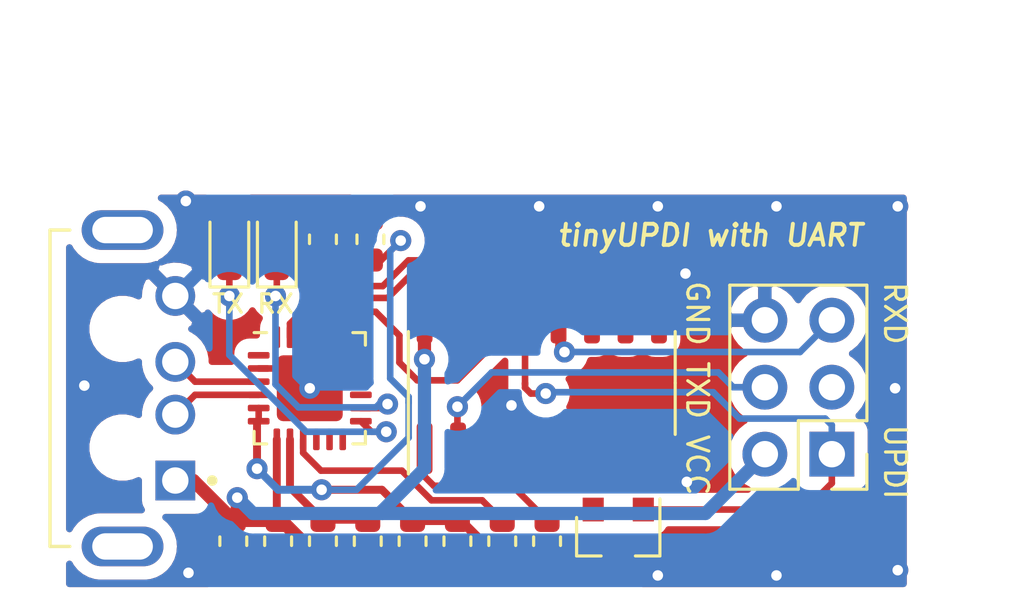
<source format=kicad_pcb>
(kicad_pcb (version 20211014) (generator pcbnew)
  (title_block (title "tinyUPDI with UART") (date "2022-03-22") (rev "1.1") (company "Tech Studio Design LLP") (comment 1 "www.techstudio.design/support") (comment 2 "Product Part No: TSDAVR103-0101") (comment 3 "Copyright - Tech Studio Design LLP, 2022") (comment 4 "Henry Cheung"))
  (layers (0 "F.Cu" signal) (31 "B.Cu" signal) (34 "B.Paste" user) (35 "F.Paste" user) (36 "B.SilkS" user "B.Silkscreen") (37 "F.SilkS" user "F.Silkscreen") (38 "B.Mask" user) (39 "F.Mask" user) (44 "Edge.Cuts" user))
  (net 0 "")
  (net 1 "Net-(D2-Pad2)")
  (net 2 "+3V3")
  (net 3 "GND")
  (net 4 "Net-(J1-Pad3)")
  (net 5 "Net-(J1-Pad2)")
  (net 6 "RXD")
  (net 7 "TXD")
  (net 8 "Net-(D1-Pad2)")
  (net 9 "UPDI")
  (net 10 "Net-(J1-Pad5)")
  (net 11 "RXT")
  (net 12 "Net-(D3-Pad2)")
  (net 13 "TXT")
  (net 14 "Net-(J2-Pad3)")
  (net 15 "Net-(U1-Pad1)")
  (net 16 "Net-(U1-Pad10)")
  (net 17 "Net-(U1-Pad11)")
  (net 18 "Net-(U1-Pad12)")
  (net 19 "Net-(U1-Pad15)")
  (net 20 "Net-(U1-Pad16)")
  (net 21 "Net-(U1-Pad17)")
  (net 22 "Net-(U1-Pad18)")
  (net 23 "Net-(U1-Pad19)")
  (net 24 "Net-(U1-Pad20)")
  (net 25 "Net-(U1-Pad21)")
  (net 26 "Net-(U1-Pad22)")
  (net 27 "Net-(U1-Pad23)")
  (net 28 "Net-(U1-Pad24)")
  (net 29 "Net-(U2-Pad3)")
  (net 30 "Net-(U2-Pad5)")
  (net 31 "VBUS")
  (net 32 "Net-(D3-Pad3)")
  (net 33 "Net-(R2-Pad2)")
  (net 34 "Net-(R5-Pad2)")
  (net 35 "Net-(R6-Pad1)")
  (footprint "Connector_PinHeader_2.54mm:PinHeader_2x03_P2.54mm_Vertical" (layer "F.Cu") (at 132.6 124.4 180)
    (fp_text reference "J2")
    (fp_text value "Conn_02x03_Odd_Even")
    (fp_line (start 1.27 -1.33) (end 3.87 -1.33) (layer "F.SilkS") (width 0.12))
    (fp_line (start -1.33 0) (end -1.33 -1.33) (layer "F.SilkS") (width 0.12))
    (fp_line (start -1.33 -1.33) (end 0 -1.33) (layer "F.SilkS") (width 0.12))
    (fp_line (start -1.33 6.41) (end 3.87 6.41) (layer "F.SilkS") (width 0.12))
    (fp_line (start 3.87 -1.33) (end 3.87 6.41) (layer "F.SilkS") (width 0.12))
    (fp_line (start 1.27 1.27) (end 1.27 -1.33) (layer "F.SilkS") (width 0.12))
    (fp_line (start -1.33 1.27) (end 1.27 1.27) (layer "F.SilkS") (width 0.12))
    (fp_line (start -1.33 1.27) (end -1.33 6.41) (layer "F.SilkS") (width 0.12))
    (pad "1" thru_hole rect locked (at 0 0 180) (size 1.7 1.7) (drill 1) (layers *.Cu *.Mask) (net 9 "UPDI"))
    (pad "2" thru_hole oval locked (at 2.54 0 180) (size 1.7 1.7) (drill 1) (layers *.Cu *.Mask) (net 31 "VBUS"))
    (pad "3" thru_hole oval locked (at 0 2.54 180) (size 1.7 1.7) (drill 1) (layers *.Cu *.Mask) (net 14 "Net-(J2-Pad3)"))
    (pad "4" thru_hole oval locked (at 2.54 2.54 180) (size 1.7 1.7) (drill 1) (layers *.Cu *.Mask) (net 7 "TXD"))
    (pad "5" thru_hole oval locked (at 0 5.08 180) (size 1.7 1.7) (drill 1) (layers *.Cu *.Mask) (net 6 "RXD"))
    (pad "6" thru_hole oval locked (at 2.54 5.08 180) (size 1.7 1.7) (drill 1) (layers *.Cu *.Mask) (net 3 "GND"))
  )
  (footprint "Resistor_SMD:R_0603_1608Metric" (layer "F.Cu") (at 121.8 127.7 -90)
    (fp_text reference "R6")
    (fp_text value "1k")
    (fp_line (start -0.162779 0.51) (end 0.162779 0.51) (layer "F.SilkS") (width 0.12))
    (fp_line (start -0.162779 -0.51) (end 0.162779 -0.51) (layer "F.SilkS") (width 0.12))
    (pad "1" smd roundrect locked (at -0.7875 0 270) (size 0.875 0.95) (layers "F.Cu" "F.Paste" "F.Mask") (net 35 "Net-(R6-Pad1)"))
    (pad "2" smd roundrect locked (at 0.7875 0 270) (size 0.875 0.95) (layers "F.Cu" "F.Paste" "F.Mask") (net 32 "Net-(D3-Pad3)"))
  )
  (footprint "Capacitor_SMD:C_0603_1608Metric" (layer "F.Cu") (at 111.6 127.7 -90)
    (fp_text reference "C2")
    (fp_text value "100nF")
    (fp_line (start -0.162779 0.51) (end 0.162779 0.51) (layer "F.SilkS") (width 0.12))
    (fp_line (start -0.162779 -0.51) (end 0.162779 -0.51) (layer "F.SilkS") (width 0.12))
    (pad "1" smd roundrect locked (at -0.7875 0 270) (size 0.875 0.95) (layers "F.Cu" "F.Paste" "F.Mask") (net 31 "VBUS"))
    (pad "2" smd roundrect locked (at 0.7875 0 270) (size 0.875 0.95) (layers "F.Cu" "F.Paste" "F.Mask") (net 3 "GND"))
  )
  (footprint "Capacitor_SMD:C_0603_1608Metric" (layer "F.Cu") (at 109.9 127.7 -90)
    (fp_text reference "C4")
    (fp_text value "4.7uF")
    (fp_line (start -0.162779 -0.51) (end 0.162779 -0.51) (layer "F.SilkS") (width 0.12))
    (fp_line (start -0.162779 0.51) (end 0.162779 0.51) (layer "F.SilkS") (width 0.12))
    (pad "1" smd roundrect locked (at -0.7875 0 270) (size 0.875 0.95) (layers "F.Cu" "F.Paste" "F.Mask") (net 31 "VBUS"))
    (pad "2" smd roundrect locked (at 0.7875 0 270) (size 0.875 0.95) (layers "F.Cu" "F.Paste" "F.Mask") (net 3 "GND"))
  )
  (footprint "Capacitor_SMD:C_0603_1608Metric" (layer "F.Cu") (at 118.4 127.7 -90)
    (fp_text reference "C1")
    (fp_text value "4.7uF")
    (fp_line (start -0.162779 0.51) (end 0.162779 0.51) (layer "F.SilkS") (width 0.12))
    (fp_line (start -0.162779 -0.51) (end 0.162779 -0.51) (layer "F.SilkS") (width 0.12))
    (pad "1" smd roundrect locked (at -0.7875 0 270) (size 0.875 0.95) (layers "F.Cu" "F.Paste" "F.Mask") (net 2 "+3V3"))
    (pad "2" smd roundrect locked (at 0.7875 0 270) (size 0.875 0.95) (layers "F.Cu" "F.Paste" "F.Mask") (net 3 "GND"))
  )
  (footprint "Capacitor_SMD:C_0603_1608Metric" (layer "F.Cu") (at 116.7 127.7 -90)
    (fp_text reference "C3")
    (fp_text value "100nF")
    (fp_line (start -0.162779 0.51) (end 0.162779 0.51) (layer "F.SilkS") (width 0.12))
    (fp_line (start -0.162779 -0.51) (end 0.162779 -0.51) (layer "F.SilkS") (width 0.12))
    (pad "1" smd roundrect locked (at -0.7875 0 270) (size 0.875 0.95) (layers "F.Cu" "F.Paste" "F.Mask") (net 2 "+3V3"))
    (pad "2" smd roundrect locked (at 0.7875 0 270) (size 0.875 0.95) (layers "F.Cu" "F.Paste" "F.Mask") (net 3 "GND"))
  )
  (footprint "LED_SMD:LED_0603_1608Metric_Pad1.05x0.95mm_HandSolder" (layer "F.Cu") (at 109.75 116.4 90)
    (fp_text reference "D1")
    (fp_text value "TXD/GREEN")
    (fp_line (start -1.66 0.735) (end 0.8 0.735) (layer "F.SilkS") (width 0.12))
    (fp_line (start -1.66 -0.735) (end -1.66 0.735) (layer "F.SilkS") (width 0.12))
    (fp_line (start 0.8 -0.735) (end -1.66 -0.735) (layer "F.SilkS") (width 0.12))
    (pad "1" smd roundrect locked (at -0.875 0 90) (size 1.05 0.95) (layers "F.Cu" "F.Paste" "F.Mask") (net 11 "RXT"))
    (pad "2" smd roundrect locked (at 0.875 0 90) (size 1.05 0.95) (layers "F.Cu" "F.Paste" "F.Mask") (net 8 "Net-(D1-Pad2)"))
  )
  (footprint "LED_SMD:LED_0603_1608Metric_Pad1.05x0.95mm_HandSolder" (layer "F.Cu") (at 111.55 116.4 90)
    (fp_text reference "D2")
    (fp_text value "RXD/YELLOW")
    (fp_line (start -1.66 -0.735) (end -1.66 0.735) (layer "F.SilkS") (width 0.12))
    (fp_line (start 0.8 -0.735) (end -1.66 -0.735) (layer "F.SilkS") (width 0.12))
    (fp_line (start -1.66 0.735) (end 0.8 0.735) (layer "F.SilkS") (width 0.12))
    (pad "1" smd roundrect locked (at -0.875 0 90) (size 1.05 0.95) (layers "F.Cu" "F.Paste" "F.Mask") (net 13 "TXT"))
    (pad "2" smd roundrect locked (at 0.875 0 90) (size 1.05 0.95) (layers "F.Cu" "F.Paste" "F.Mask") (net 1 "Net-(D2-Pad2)"))
  )
  (footprint "Resistor_SMD:R_0603_1608Metric" (layer "F.Cu") (at 120.1 127.7 90)
    (fp_text reference "R5")
    (fp_text value "1k")
    (fp_line (start -0.162779 0.51) (end 0.162779 0.51) (layer "F.SilkS") (width 0.12))
    (fp_line (start -0.162779 -0.51) (end 0.162779 -0.51) (layer "F.SilkS") (width 0.12))
    (pad "1" smd roundrect locked (at -0.7875 0 90) (size 0.875 0.95) (layers "F.Cu" "F.Paste" "F.Mask") (net 2 "+3V3"))
    (pad "2" smd roundrect locked (at 0.7875 0 90) (size 0.875 0.95) (layers "F.Cu" "F.Paste" "F.Mask") (net 34 "Net-(R5-Pad2)"))
  )
  (footprint "Resistor_SMD:R_0603_1608Metric" (layer "F.Cu") (at 115.1 116.25 90)
    (fp_text reference "R1")
    (fp_text value "1k")
    (fp_line (start -0.162779 0.51) (end 0.162779 0.51) (layer "F.SilkS") (width 0.12))
    (fp_line (start -0.162779 -0.51) (end 0.162779 -0.51) (layer "F.SilkS") (width 0.12))
    (pad "1" smd roundrect locked (at -0.7875 0 90) (size 0.875 0.95) (layers "F.Cu" "F.Paste" "F.Mask") (net 2 "+3V3"))
    (pad "2" smd roundrect locked (at 0.7875 0 90) (size 0.875 0.95) (layers "F.Cu" "F.Paste" "F.Mask") (net 8 "Net-(D1-Pad2)"))
  )
  (footprint "Package_SO:SOIC-16_3.9x9.9mm_P1.27mm" (layer "F.Cu") (at 121.6 121.7 90)
    (fp_text reference "U2")
    (fp_text value "74HC4053D")
    (fp_line (start 0 -5.06) (end -3.45 -5.06) (layer "F.SilkS") (width 0.12))
    (fp_line (start 0 -5.06) (end 1.95 -5.06) (layer "F.SilkS") (width 0.12))
    (fp_line (start 0 5.06) (end -1.95 5.06) (layer "F.SilkS") (width 0.12))
    (fp_line (start 0 5.06) (end 1.95 5.06) (layer "F.SilkS") (width 0.12))
    (pad "1" smd roundrect locked (at -2.475 -4.445 90) (size 1.95 0.6) (layers "F.Cu" "F.Paste" "F.Mask") (net 35 "Net-(R6-Pad1)"))
    (pad "2" smd roundrect locked (at -2.475 -3.175 90) (size 1.95 0.6) (layers "F.Cu" "F.Paste" "F.Mask") (net 7 "TXD"))
    (pad "3" smd roundrect locked (at -2.475 -1.905 90) (size 1.95 0.6) (layers "F.Cu" "F.Paste" "F.Mask") (net 29 "Net-(U2-Pad3)"))
    (pad "4" smd roundrect locked (at -2.475 -0.635 90) (size 1.95 0.6) (layers "F.Cu" "F.Paste" "F.Mask") (net 3 "GND"))
    (pad "5" smd roundrect locked (at -2.475 0.635 90) (size 1.95 0.6) (layers "F.Cu" "F.Paste" "F.Mask") (net 30 "Net-(U2-Pad5)"))
    (pad "6" smd roundrect locked (at -2.475 1.905 90) (size 1.95 0.6) (layers "F.Cu" "F.Paste" "F.Mask") (net 3 "GND"))
    (pad "7" smd roundrect locked (at -2.475 3.175 90) (size 1.95 0.6) (layers "F.Cu" "F.Paste" "F.Mask") (net 3 "GND"))
    (pad "8" smd roundrect locked (at -2.475 4.445 90) (size 1.95 0.6) (layers "F.Cu" "F.Paste" "F.Mask") (net 3 "GND"))
    (pad "9" smd roundrect locked (at 2.475 4.445 90) (size 1.95 0.6) (layers "F.Cu" "F.Paste" "F.Mask") (net 27 "Net-(U1-Pad23)"))
    (pad "10" smd roundrect locked (at 2.475 3.175 90) (size 1.95 0.6) (layers "F.Cu" "F.Paste" "F.Mask") (net 27 "Net-(U1-Pad23)"))
    (pad "11" smd roundrect locked (at 2.475 1.905 90) (size 1.95 0.6) (layers "F.Cu" "F.Paste" "F.Mask") (net 27 "Net-(U1-Pad23)"))
    (pad "12" smd roundrect locked (at 2.475 0.635 90) (size 1.95 0.6) (layers "F.Cu" "F.Paste" "F.Mask") (net 6 "RXD"))
    (pad "13" smd roundrect locked (at 2.475 -0.635 90) (size 1.95 0.6) (layers "F.Cu" "F.Paste" "F.Mask") (net 9 "UPDI"))
    (pad "14" smd roundrect locked (at 2.475 -1.905 90) (size 1.95 0.6) (layers "F.Cu" "F.Paste" "F.Mask") (net 24 "Net-(U1-Pad20)"))
    (pad "15" smd roundrect locked (at 2.475 -3.175 90) (size 1.95 0.6) (layers "F.Cu" "F.Paste" "F.Mask") (net 25 "Net-(U1-Pad21)"))
    (pad "16" smd roundrect locked (at 2.475 -4.445 90) (size 1.95 0.6) (layers "F.Cu" "F.Paste" "F.Mask") (net 31 "VBUS"))
  )
  (footprint "Resistor_SMD:R_0603_1608Metric" (layer "F.Cu") (at 113.3 116.25 90)
    (fp_text reference "R3")
    (fp_text value "1k")
    (fp_line (start -0.162779 0.51) (end 0.162779 0.51) (layer "F.SilkS") (width 0.12))
    (fp_line (start -0.162779 -0.51) (end 0.162779 -0.51) (layer "F.SilkS") (width 0.12))
    (pad "1" smd roundrect locked (at -0.7875 0 90) (size 0.875 0.95) (layers "F.Cu" "F.Paste" "F.Mask") (net 2 "+3V3"))
    (pad "2" smd roundrect locked (at 0.7875 0 90) (size 0.875 0.95) (layers "F.Cu" "F.Paste" "F.Mask") (net 1 "Net-(D2-Pad2)"))
  )
  (footprint "Package_TO_SOT_SMD:SOT-23" (layer "F.Cu") (at 124.5 127.5 -90)
    (fp_text reference "D3")
    (fp_text value "BAT54")
    (fp_line (start 0.76 -1.58) (end 0.76 -0.65) (layer "F.SilkS") (width 0.12))
    (fp_line (start 0.76 -1.58) (end -1.4 -1.58) (layer "F.SilkS") (width 0.12))
    (fp_line (start 0.76 1.58) (end -0.7 1.58) (layer "F.SilkS") (width 0.12))
    (fp_line (start 0.76 1.58) (end 0.76 0.65) (layer "F.SilkS") (width 0.12))
    (pad "1" smd rect locked (at -1 -0.95 270) (size 0.9 0.8) (layers "F.Cu" "F.Paste" "F.Mask") (net 9 "UPDI"))
    (pad "2" smd rect locked (at -1 0.95 270) (size 0.9 0.8) (layers "F.Cu" "F.Paste" "F.Mask") (net 12 "Net-(D3-Pad2)"))
    (pad "3" smd rect locked (at 1 0 270) (size 0.9 0.8) (layers "F.Cu" "F.Paste" "F.Mask") (net 32 "Net-(D3-Pad3)"))
  )
  (footprint "Resistor_SMD:R_0603_1608Metric" (layer "F.Cu") (at 113.3 127.7 90)
    (fp_text reference "R2")
    (fp_text value "22k")
    (fp_line (start -0.162779 -0.51) (end 0.162779 -0.51) (layer "F.SilkS") (width 0.12))
    (fp_line (start -0.162779 0.51) (end 0.162779 0.51) (layer "F.SilkS") (width 0.12))
    (pad "1" smd roundrect locked (at -0.7875 0 90) (size 0.875 0.95) (layers "F.Cu" "F.Paste" "F.Mask") (net 31 "VBUS"))
    (pad "2" smd roundrect locked (at 0.7875 0 90) (size 0.875 0.95) (layers "F.Cu" "F.Paste" "F.Mask") (net 33 "Net-(R2-Pad2)"))
  )
  (footprint "Resistor_SMD:R_0603_1608Metric" (layer "F.Cu") (at 115 127.7 -90)
    (fp_text reference "R4")
    (fp_text value "47k")
    (fp_line (start -0.162779 0.51) (end 0.162779 0.51) (layer "F.SilkS") (width 0.12))
    (fp_line (start -0.162779 -0.51) (end 0.162779 -0.51) (layer "F.SilkS") (width 0.12))
    (pad "1" smd roundrect locked (at -0.7875 0 270) (size 0.875 0.95) (layers "F.Cu" "F.Paste" "F.Mask") (net 33 "Net-(R2-Pad2)"))
    (pad "2" smd roundrect locked (at 0.7875 0 270) (size 0.875 0.95) (layers "F.Cu" "F.Paste" "F.Mask") (net 3 "GND"))
  )
  (footprint "Package_DFN_QFN:QFN-24-1EP_4x4mm_P0.5mm_EP2.5x2.5mm" (layer "F.Cu") (at 112.8 121.9)
    (fp_text reference "U1")
    (fp_text value "CP2102N-A01-GQFN24")
    (fp_line (start -1.635 2.11) (end -2.11 2.11) (layer "F.SilkS") (width 0.12))
    (fp_line (start 2.11 -2.11) (end 2.11 -1.635) (layer "F.SilkS") (width 0.12))
    (fp_line (start 1.635 2.11) (end 2.11 2.11) (layer "F.SilkS") (width 0.12))
    (fp_line (start 1.635 -2.11) (end 2.11 -2.11) (layer "F.SilkS") (width 0.12))
    (fp_line (start 2.11 2.11) (end 2.11 1.635) (layer "F.SilkS") (width 0.12))
    (fp_line (start -1.635 -2.11) (end -2.11 -2.11) (layer "F.SilkS") (width 0.12))
    (fp_line (start -2.11 2.11) (end -2.11 1.635) (layer "F.SilkS") (width 0.12))
    (pad "1" smd roundrect locked (at -1.9375 -1.25) (size 0.825 0.25) (layers "F.Cu" "F.Paste" "F.Mask") (net 15 "Net-(U1-Pad1)"))
    (pad "2" smd roundrect locked (at -1.9375 -0.75) (size 0.825 0.25) (layers "F.Cu" "F.Paste" "F.Mask") (net 3 "GND"))
    (pad "3" smd roundrect locked (at -1.9375 -0.25) (size 0.825 0.25) (layers "F.Cu" "F.Paste" "F.Mask") (net 4 "Net-(J1-Pad3)"))
    (pad "4" smd roundrect locked (at -1.9375 0.25) (size 0.825 0.25) (layers "F.Cu" "F.Paste" "F.Mask") (net 5 "Net-(J1-Pad2)"))
    (pad "5" smd roundrect locked (at -1.9375 0.75) (size 0.825 0.25) (layers "F.Cu" "F.Paste" "F.Mask") (net 2 "+3V3"))
    (pad "6" smd roundrect locked (at -1.9375 1.25) (size 0.825 0.25) (layers "F.Cu" "F.Paste" "F.Mask") (net 2 "+3V3"))
    (pad "7" smd roundrect locked (at -1.25 1.9375) (size 0.25 0.825) (layers "F.Cu" "F.Paste" "F.Mask") (net 31 "VBUS"))
    (pad "8" smd roundrect locked (at -0.75 1.9375) (size 0.25 0.825) (layers "F.Cu" "F.Paste" "F.Mask") (net 33 "Net-(R2-Pad2)"))
    (pad "9" smd roundrect locked (at -0.25 1.9375) (size 0.25 0.825) (layers "F.Cu" "F.Paste" "F.Mask") (net 34 "Net-(R5-Pad2)"))
    (pad "10" smd roundrect locked (at 0.25 1.9375) (size 0.25 0.825) (layers "F.Cu" "F.Paste" "F.Mask") (net 16 "Net-(U1-Pad10)"))
    (pad "11" smd roundrect locked (at 0.75 1.9375) (size 0.25 0.825) (layers "F.Cu" "F.Paste" "F.Mask") (net 17 "Net-(U1-Pad11)"))
    (pad "12" smd roundrect locked (at 1.25 1.9375) (size 0.25 0.825) (layers "F.Cu" "F.Paste" "F.Mask") (net 18 "Net-(U1-Pad12)"))
    (pad "13" smd roundrect locked (at 1.9375 1.25) (size 0.825 0.25) (layers "F.Cu" "F.Paste" "F.Mask") (net 11 "RXT"))
    (pad "14" smd roundrect locked (at 1.9375 0.75) (size 0.825 0.25) (layers "F.Cu" "F.Paste" "F.Mask") (net 13 "TXT"))
    (pad "15" smd roundrect locked (at 1.9375 0.25) (size 0.825 0.25) (layers "F.Cu" "F.Paste" "F.Mask") (net 19 "Net-(U1-Pad15)"))
    (pad "16" smd roundrect locked (at 1.9375 -0.25) (size 0.825 0.25) (layers "F.Cu" "F.Paste" "F.Mask") (net 20 "Net-(U1-Pad16)"))
    (pad "17" smd roundrect locked (at 1.9375 -0.75) (size 0.825 0.25) (layers "F.Cu" "F.Paste" "F.Mask") (net 21 "Net-(U1-Pad17)"))
    (pad "18" smd roundrect locked (at 1.9375 -1.25) (size 0.825 0.25) (layers "F.Cu" "F.Paste" "F.Mask") (net 22 "Net-(U1-Pad18)"))
    (pad "19" smd roundrect locked (at 1.25 -1.9375) (size 0.25 0.825) (layers "F.Cu" "F.Paste" "F.Mask") (net 23 "Net-(U1-Pad19)"))
    (pad "20" smd roundrect locked (at 0.75 -1.9375) (size 0.25 0.825) (layers "F.Cu" "F.Paste" "F.Mask") (net 24 "Net-(U1-Pad20)"))
    (pad "21" smd roundrect locked (at 0.25 -1.9375) (size 0.25 0.825) (layers "F.Cu" "F.Paste" "F.Mask") (net 25 "Net-(U1-Pad21)"))
    (pad "22" smd roundrect locked (at -0.25 -1.9375) (size 0.25 0.825) (layers "F.Cu" "F.Paste" "F.Mask") (net 26 "Net-(U1-Pad22)"))
    (pad "23" smd roundrect locked (at -0.75 -1.9375) (size 0.25 0.825) (layers "F.Cu" "F.Paste" "F.Mask") (net 27 "Net-(U1-Pad23)"))
    (pad "24" smd roundrect locked (at -1.25 -1.9375) (size 0.25 0.825) (layers "F.Cu" "F.Paste" "F.Mask") (net 28 "Net-(U1-Pad24)"))
    (pad "25" smd roundrect locked (at 0 0) (size 2.5 2.5) (layers "F.Cu" "F.Mask") (roundrect_rratio 0.096) (net 3 "GND"))
  )
  (footprint "USB-05:USB-05_without_extend_silkscreen" (layer "F.Cu") (at 105.7 121.9 -90)
    (fp_text reference "J1")
    (fp_text value "USB_A")
    (fp_line (start -6 2.75) (end 6 2.75) (layer "F.SilkS") (width 0.127))
    (fp_line (start 6 2.75) (end 6 2) (layer "F.SilkS") (width 0.127))
    (fp_line (start -6 2) (end -6 2.75) (layer "F.SilkS") (width 0.127))
    (fp_circle (center 3.5 -3.4) (end 3.6 -3.4) (layer "F.SilkS") (width 0.2) (fill none))
    (pad "" np_thru_hole circle locked (at -2.25 0 270) (size 1.5 1.5) (drill 1.5) (layers *.Cu *.Mask))
    (pad "" np_thru_hole circle locked (at 2.25 0 270) (size 1.5 1.5) (drill 1.5) (layers *.Cu *.Mask))
    (pad "1" thru_hole rect locked (at 3.5 -2 270) (size 1.508 1.508) (drill 1) (layers *.Cu *.Mask) (net 31 "VBUS"))
    (pad "2" thru_hole circle locked (at 1 -2 270) (size 1.508 1.508) (drill 1) (layers *.Cu *.Mask) (net 5 "Net-(J1-Pad2)"))
    (pad "3" thru_hole circle locked (at -1 -2 270) (size 1.508 1.508) (drill 1) (layers *.Cu *.Mask) (net 4 "Net-(J1-Pad3)"))
    (pad "4" thru_hole circle locked (at -3.5 -2 270) (size 1.508 1.508) (drill 1) (layers *.Cu *.Mask) (net 3 "GND"))
    (pad "5" thru_hole oval locked (at -6 0 270) (size 1.5 3.1) (drill oval 1 2.3) (layers *.Cu *.Mask) (net 10 "Net-(J1-Pad5)"))
    (pad "5" thru_hole oval locked (at 6 0 270) (size 1.5 3.1) (drill oval 1 2.3) (layers *.Cu *.Mask) (net 10 "Net-(J1-Pad5)"))
  )
  (gr_text "RXD     UPDI" (at 135 117.8 270) (layer "F.SilkS") (effects (font (size 0.8 0.8) (thickness 0.12)) (justify left)))
  (gr_text "tinyUPDI with UART" (at 128 116.1) (layer "F.SilkS") (effects (font (size 0.8 0.8) (thickness 0.15) italic)))
  (gr_text "RX" (at 111.5 118.7) (layer "F.SilkS") (effects (font (size 0.7 0.7) (thickness 0.12))))
  (gr_text "GND TXD VCC" (at 127.5 121.9 270) (layer "F.SilkS") (effects (font (size 0.8 0.8) (thickness 0.12))))
  (gr_text "TX" (at 109.7 118.7) (layer "F.SilkS") (effects (font (size 0.7 0.7) (thickness 0.12))))
  (segment (start 111.55 115.525) (end 113.2375 115.525) (width 0.25) (layer "F.Cu") (net 1))
  (segment (start 113.2375 115.525) (end 113.3 115.4625) (width 0.25) (layer "F.Cu") (net 1))
  (segment (start 115.5375 125.75) (end 113.25 125.75) (width 0.3) (layer "F.Cu") (net 2))
  (segment (start 118.4 126.9125) (end 118.525 126.9125) (width 0.35) (layer "F.Cu") (net 2))
  (segment (start 118.525 126.9125) (end 120.1 128.4875) (width 0.35) (layer "F.Cu") (net 2))
  (segment (start 115.5125 117.0375) (end 116.25 116.3) (width 0.25) (layer "F.Cu") (net 2))
  (segment (start 118.4 126.9125) (end 116.7 126.9125) (width 0.35) (layer "F.Cu") (net 2))
  (segment (start 110.8 124.95) (end 110.8 123.2125) (width 0.3) (layer "F.Cu") (net 2))
  (segment (start 110.8625 123.15) (end 110.8625 122.65) (width 0.25) (layer "F.Cu") (net 2))
  (segment (start 115.1 117.0375) (end 113.3 117.0375) (width 0.25) (layer "F.Cu") (net 2))
  (segment (start 115.1 117.0375) (end 115.5125 117.0375) (width 0.25) (layer "F.Cu") (net 2))
  (segment (start 110.8 123.2125) (end 110.8625 123.15) (width 0.3) (layer "F.Cu") (net 2))
  (segment (start 116.7 126.9125) (end 115.5375 125.75) (width 0.3) (layer "F.Cu") (net 2))
  (via (at 110.8 124.95) (size 0.8) (drill 0.4) (layers "F.Cu" "B.Cu") (net 2))
  (via (at 113.25 125.75) (size 0.8) (drill 0.4) (layers "F.Cu" "B.Cu") (net 2))
  (via (at 116.25 116.3) (size 0.8) (drill 0.4) (layers "F.Cu" "B.Cu") (net 2))
  (segment (start 115.850001 121.526999) (end 116.55 122.226998) (width 0.25) (layer "B.Cu") (net 2))
  (segment (start 113.25 125.75) (end 111.6 125.75) (width 0.3) (layer "B.Cu") (net 2))
  (segment (start 115.850001 116.699999) (end 115.850001 121.526999) (width 0.25) (layer "B.Cu") (net 2))
  (segment (start 116.55 123.773002) (end 114.573002 125.75) (width 0.25) (layer "B.Cu") (net 2))
  (segment (start 116.55 122.326998) (end 116.55 122.45) (width 0.25) (layer "B.Cu") (net 2))
  (segment (start 116.55 122.45) (end 116.55 123.773002) (width 0.25) (layer "B.Cu") (net 2))
  (segment (start 116.25 116.3) (end 115.850001 116.699999) (width 0.25) (layer "B.Cu") (net 2))
  (segment (start 111.6 125.75) (end 110.8 124.95) (width 0.3) (layer "B.Cu") (net 2))
  (segment (start 116.55 122.226998) (end 116.55 122.45) (width 0.25) (layer "B.Cu") (net 2))
  (segment (start 114.573002 125.75) (end 113.815685 125.75) (width 0.25) (layer "B.Cu") (net 2))
  (segment (start 113.815685 125.75) (end 113.25 125.75) (width 0.25) (layer "B.Cu") (net 2))
  (segment (start 110.8625 121.15) (end 112.05 121.15) (width 0.25) (layer "F.Cu") (net 3))
  (segment (start 112.36251 129.25001) (end 112.061612 128.949112) (width 0.25) (layer "F.Cu") (net 3))
  (segment (start 112.05 121.15) (end 112.8 121.9) (width 0.25) (layer "F.Cu") (net 3))
  (segment (start 120.45 122.55) (end 120.45 123.66) (width 0.3) (layer "F.Cu") (net 3))
  (segment (start 114.23749 129.25001) (end 112.36251 129.25001) (width 0.25) (layer "F.Cu") (net 3))
  (segment (start 115 128.4875) (end 114.23749 129.25001) (width 0.25) (layer "F.Cu") (net 3))
  (segment (start 120.45 123.66) (end 120.965 124.175) (width 0.3) (layer "F.Cu") (net 3))
  (segment (start 112.061612 128.949112) (end 111.6 128.4875) (width 0.25) (layer "F.Cu") (net 3))
  (via (at 135.1 115) (size 0.8) (drill 0.4) (layers "F.Cu" "B.Cu") (net 3))
  (via (at 126 129) (size 0.8) (drill 0.4) (layers "F.Cu" "B.Cu") (net 3))
  (via (at 135 121.9) (size 0.8) (drill 0.4) (layers "F.Cu" "B.Cu") (net 3))
  (via (at 121.5 115) (size 0.8) (drill 0.4) (layers "F.Cu" "B.Cu") (net 3))
  (via (at 104.25 121.8) (size 0.8) (drill 0.4) (layers "F.Cu" "B.Cu") (net 3))
  (via (at 112.8 121.9) (size 0.8) (drill 0.4) (layers "F.Cu" "B.Cu") (net 3))
  (via (at 127.1 125.45) (size 0.8) (drill 0.4) (layers "F.Cu" "B.Cu") (net 3))
  (via (at 135.1 128.8) (size 0.8) (drill 0.4) (layers "F.Cu" "B.Cu") (net 3))
  (via (at 108.1 114.8) (size 0.8) (drill 0.4) (layers "F.Cu" "B.Cu") (net 3))
  (via (at 130.5 115) (size 0.8) (drill 0.4) (layers "F.Cu" "B.Cu") (net 3))
  (via (at 108.2 128.9) (size 0.8) (drill 0.4) (layers "F.Cu" "B.Cu") (net 3))
  (via (at 117 115) (size 0.8) (drill 0.4) (layers "F.Cu" "B.Cu") (net 3))
  (via (at 120.45 122.55) (size 0.8) (drill 0.4) (layers "F.Cu" "B.Cu") (net 3))
  (via (at 126 115) (size 0.8) (drill 0.4) (layers "F.Cu" "B.Cu") (net 3))
  (via (at 127.05 117.55) (size 0.8) (drill 0.4) (layers "F.Cu" "B.Cu") (net 3))
  (via (at 130.5 129) (size 0.8) (drill 0.4) (layers "F.Cu" "B.Cu") (net 3))
  (segment (start 108.45 121.65) (end 107.7 120.9) (width 0.25) (layer "F.Cu") (net 4))
  (segment (start 110.8625 121.65) (end 108.45 121.65) (width 0.25) (layer "F.Cu") (net 4))
  (segment (start 108.45 122.15) (end 107.7 122.9) (width 0.25) (layer "F.Cu") (net 5))
  (segment (start 110.8625 122.15) (end 108.45 122.15) (width 0.25) (layer "F.Cu") (net 5))
  (segment (start 122.46001 120.52501) (end 122.46001 120.52501) (width 0.25) (layer "F.Cu") (net 6))
  (segment (start 122.235 119.225) (end 122.235 120.3) (width 0.25) (layer "F.Cu") (net 6))
  (segment (start 122.235 120.3) (end 122.46001 120.52501) (width 0.25) (layer "F.Cu") (net 6))
  (via (at 122.46001 120.52501) (size 0.8) (drill 0.4) (layers "F.Cu" "B.Cu") (net 6))
  (segment (start 131.39499 120.52501) (end 122.46001 120.52501) (width 0.25) (layer "B.Cu") (net 6))
  (segment (start 132.6 119.32) (end 131.39499 120.52501) (width 0.25) (layer "B.Cu") (net 6))
  (segment (start 118.4 122.6) (end 118.4 124.15) (width 0.25) (layer "F.Cu") (net 7))
  (segment (start 118.4 124.15) (end 118.425 124.175) (width 0.25) (layer "F.Cu") (net 7))
  (via (at 118.4 122.6) (size 0.8) (drill 0.4) (layers "F.Cu" "B.Cu") (net 7))
  (segment (start 119.7 121.3) (end 128.297919 121.3) (width 0.25) (layer "B.Cu") (net 7))
  (segment (start 128.297919 121.3) (end 128.857919 121.86) (width 0.25) (layer "B.Cu") (net 7))
  (segment (start 128.857919 121.86) (end 130.06 121.86) (width 0.25) (layer "B.Cu") (net 7))
  (segment (start 118.4 122.6) (end 119.7 121.3) (width 0.25) (layer "B.Cu") (net 7))
  (segment (start 110.60001 114.67499) (end 114.31249 114.67499) (width 0.25) (layer "F.Cu") (net 8))
  (segment (start 114.31249 114.67499) (end 114.638388 115.000888) (width 0.25) (layer "F.Cu") (net 8))
  (segment (start 109.75 115.525) (end 110.60001 114.67499) (width 0.25) (layer "F.Cu") (net 8))
  (segment (start 114.638388 115.000888) (end 115.1 115.4625) (width 0.25) (layer "F.Cu") (net 8))
  (segment (start 131.6 126.5) (end 132.6 125.5) (width 0.25) (layer "F.Cu") (net 9))
  (segment (start 125.45 126.45) (end 125.45 126.5) (width 0.25) (layer "F.Cu") (net 9))
  (segment (start 121.184315 122.1) (end 120.965 121.880685) (width 0.25) (layer "F.Cu") (net 9))
  (segment (start 120.965 121.880685) (end 120.965 121.715) (width 0.25) (layer "F.Cu") (net 9))
  (segment (start 125.45 126.5) (end 131.6 126.5) (width 0.25) (layer "F.Cu") (net 9))
  (segment (start 132.6 125.5) (end 132.6 124.4) (width 0.25) (layer "F.Cu") (net 9))
  (segment (start 120.965 121.715) (end 120.965 121.765) (width 0.25) (layer "F.Cu") (net 9))
  (segment (start 121.75 122.1) (end 121.184315 122.1) (width 0.25) (layer "F.Cu") (net 9))
  (segment (start 120.965 119.225) (end 120.965 121.715) (width 0.25) (layer "F.Cu") (net 9))
  (via (at 121.75 122.1) (size 0.8) (drill 0.4) (layers "F.Cu" "B.Cu") (net 9))
  (segment (start 132.35 123.05) (end 132.6 123.3) (width 0.25) (layer "B.Cu") (net 9))
  (segment (start 128.100001 122.050001) (end 129.1 123.05) (width 0.25) (layer "B.Cu") (net 9))
  (segment (start 132.6 123.3) (end 132.6 124.4) (width 0.25) (layer "B.Cu") (net 9))
  (segment (start 122.049999 122.050001) (end 128.100001 122.050001) (width 0.25) (layer "B.Cu") (net 9))
  (segment (start 129.1 123.05) (end 132.35 123.05) (width 0.25) (layer "B.Cu") (net 9))
  (segment (start 109.75 117.275) (end 109.75 118.4) (width 0.25) (layer "F.Cu") (net 11))
  (segment (start 115.1375 123.55) (end 115.9 123.55) (width 0.25) (layer "F.Cu") (net 11))
  (segment (start 114.7375 123.15) (end 115.1375 123.55) (width 0.25) (layer "F.Cu") (net 11))
  (via (at 115.7 123.55) (size 0.8) (drill 0.4) (layers "F.Cu" "B.Cu") (net 11))
  (via (at 109.75 118.4) (size 0.8) (drill 0.4) (layers "F.Cu" "B.Cu") (net 11))
  (segment (start 109.75 120.63641) (end 112.66359 123.55) (width 0.25) (layer "B.Cu") (net 11))
  (segment (start 115.334315 123.55) (end 115.9 123.55) (width 0.25) (layer "B.Cu") (net 11))
  (segment (start 112.66359 123.55) (end 115.334315 123.55) (width 0.25) (layer "B.Cu") (net 11))
  (segment (start 109.75 118.4) (end 109.75 120.63641) (width 0.25) (layer "B.Cu") (net 11))
  (segment (start 115.85 122.65) (end 115.9 122.6) (width 0.25) (layer "F.Cu") (net 13))
  (segment (start 115.75 122.5) (end 115.6 122.65) (width 0.25) (layer "F.Cu") (net 13))
  (segment (start 111.55 117.275) (end 111.55 118.35) (width 0.25) (layer "F.Cu") (net 13))
  (segment (start 115.6 122.65) (end 114.7375 122.65) (width 0.25) (layer "F.Cu") (net 13))
  (segment (start 111.55 118.35) (end 111.5 118.4) (width 0.25) (layer "F.Cu") (net 13))
  (via (at 115.75 122.5) (size 0.8) (drill 0.4) (layers "F.Cu" "B.Cu") (net 13))
  (via (at 111.5 118.4) (size 0.8) (drill 0.4) (layers "F.Cu" "B.Cu") (net 13))
  (segment (start 111.5 121.75) (end 111.5 118.4) (width 0.25) (layer "B.Cu") (net 13))
  (segment (start 115.75 122.5) (end 115.434315 122.5) (width 0.25) (layer "B.Cu") (net 13))
  (segment (start 112.375001 122.625001) (end 111.5 121.75) (width 0.25) (layer "B.Cu") (net 13))
  (segment (start 115.309314 122.625001) (end 112.375001 122.625001) (width 0.25) (layer "B.Cu") (net 13))
  (segment (start 115.434315 122.5) (end 115.309314 122.625001) (width 0.25) (layer "B.Cu") (net 13))
  (segment (start 118.395 121.6) (end 119.695 120.3) (width 0.25) (layer "F.Cu") (net 24))
  (segment (start 116.876998 121.6) (end 118.395 121.6) (width 0.25) (layer "F.Cu") (net 24))
  (segment (start 119.695 120.3) (end 119.695 119.225) (width 0.25) (layer "F.Cu") (net 24))
  (segment (start 115.3 119) (end 116.2 119.9) (width 0.25) (layer "F.Cu") (net 24))
  (segment (start 113.55 119.9625) (end 113.55 119.38641) (width 0.25) (layer "F.Cu") (net 24))
  (segment (start 116.2 119.9) (end 116.2 120.923002) (width 0.25) (layer "F.Cu") (net 24))
  (segment (start 113.55 119.38641) (end 113.93641 119) (width 0.25) (layer "F.Cu") (net 24))
  (segment (start 116.2 120.923002) (end 116.876998 121.6) (width 0.25) (layer "F.Cu") (net 24))
  (segment (start 113.93641 119) (end 115.3 119) (width 0.25) (layer "F.Cu") (net 24))
  (segment (start 115.756901 118.475019) (end 116.73192 117.5) (width 0.25) (layer "F.Cu") (net 25))
  (segment (start 113.05 119.9625) (end 113.05 119.25) (width 0.25) (layer "F.Cu") (net 25))
  (segment (start 113.82498 118.47502) (end 115.756901 118.475019) (width 0.25) (layer "F.Cu") (net 25))
  (segment (start 118.425 118.15) (end 118.425 119.225) (width 0.25) (layer "F.Cu") (net 25))
  (segment (start 113.05 119.25) (end 113.82498 118.47502) (width 0.25) (layer "F.Cu") (net 25))
  (segment (start 116.73192 117.5) (end 117.775 117.5) (width 0.25) (layer "F.Cu") (net 25))
  (segment (start 117.775 117.5) (end 118.425 118.15) (width 0.25) (layer "F.Cu") (net 25))
  (segment (start 112.05 119.45) (end 113.47499 118.02501) (width 0.25) (layer "F.Cu") (net 27))
  (segment (start 116.54552 117.04999) (end 122.40499 117.04999) (width 0.25) (layer "F.Cu") (net 27))
  (segment (start 112.05 119.9625) (end 112.05 119.45) (width 0.25) (layer "F.Cu") (net 27))
  (segment (start 115.5705 118.02501) (end 116.54552 117.04999) (width 0.25) (layer "F.Cu") (net 27))
  (segment (start 123.505 118.15) (end 123.505 119.225) (width 0.25) (layer "F.Cu") (net 27))
  (segment (start 123.505 119.225) (end 124.775 119.225) (width 0.25) (layer "F.Cu") (net 27))
  (segment (start 124.775 119.225) (end 126.045 119.225) (width 0.25) (layer "F.Cu") (net 27))
  (segment (start 113.47499 118.02501) (end 115.5705 118.02501) (width 0.25) (layer "F.Cu") (net 27))
  (segment (start 122.40499 117.04999) (end 123.505 118.15) (width 0.25) (layer "F.Cu") (net 27))
  (segment (start 117.15 119.23) (end 117.155 119.225) (width 0.5) (layer "F.Cu") (net 31))
  (segment (start 107.7 125.4) (end 108.3875 125.4) (width 0.5) (layer "F.Cu") (net 31))
  (segment (start 111.6 126.9125) (end 111.725 126.9125) (width 0.5) (layer "F.Cu") (net 31))
  (segment (start 117.15 120.8) (end 117.15 119.23) (width 0.5) (layer "F.Cu") (net 31))
  (segment (start 110.05 126.05) (end 110.05 126.7625) (width 0.5) (layer "F.Cu") (net 31))
  (segment (start 108.3875 125.4) (end 109.9 126.9125) (width 0.5) (layer "F.Cu") (net 31))
  (segment (start 110.05 126.7625) (end 109.9 126.9125) (width 0.5) (layer "F.Cu") (net 31))
  (segment (start 109.9 126.9125) (end 111.6 126.9125) (width 0.5) (layer "F.Cu") (net 31))
  (segment (start 111.55 126.8625) (end 111.6 126.9125) (width 0.3) (layer "F.Cu") (net 31))
  (segment (start 111.725 126.9125) (end 113.3 128.4875) (width 0.5) (layer "F.Cu") (net 31))
  (segment (start 111.55 123.8375) (end 111.55 126.8625) (width 0.3) (layer "F.Cu") (net 31))
  (via (at 110.05 126.05) (size 0.8) (drill 0.4) (layers "F.Cu" "B.Cu") (net 31))
  (via (at 117.15 120.8) (size 0.8) (drill 0.4) (layers "F.Cu" "B.Cu") (net 31))
  (segment (start 117.15 124.95) (end 115.55 126.55) (width 0.5) (layer "B.Cu") (net 31))
  (segment (start 110.65 126.65) (end 110.449999 126.449999) (width 0.5) (layer "B.Cu") (net 31))
  (segment (start 110.449999 126.449999) (end 110.05 126.05) (width 0.5) (layer "B.Cu") (net 31))
  (segment (start 117.15 120.8) (end 117.15 124.95) (width 0.5) (layer "B.Cu") (net 31))
  (segment (start 127.81 126.65) (end 115.55 126.65) (width 0.5) (layer "B.Cu") (net 31))
  (segment (start 130.06 124.4) (end 127.81 126.65) (width 0.5) (layer "B.Cu") (net 31))
  (segment (start 115.55 126.55) (end 115.55 126.65) (width 0.5) (layer "B.Cu") (net 31))
  (segment (start 115.55 126.65) (end 110.65 126.65) (width 0.5) (layer "B.Cu") (net 31))
  (segment (start 121.8 128.4875) (end 124.4875 128.4875) (width 0.25) (layer "F.Cu") (net 32))
  (segment (start 124.4875 128.4875) (end 124.5 128.5) (width 0.25) (layer "F.Cu") (net 32))
  (segment (start 112.05 125.6625) (end 113.3 126.9125) (width 0.3) (layer "F.Cu") (net 33))
  (segment (start 113.3 126.9125) (end 115 126.9125) (width 0.25) (layer "F.Cu") (net 33))
  (segment (start 112.05 123.8375) (end 112.05 125.6625) (width 0.3) (layer "F.Cu") (net 33))
  (segment (start 113.224999 125.024999) (end 116.293589 125.024999) (width 0.25) (layer "F.Cu") (net 34))
  (segment (start 119.638388 126.450888) (end 120.1 126.9125) (width 0.25) (layer "F.Cu") (net 34))
  (segment (start 119.33749 126.14999) (end 119.638388 126.450888) (width 0.25) (layer "F.Cu") (net 34))
  (segment (start 112.55 124.35) (end 113.224999 125.024999) (width 0.25) (layer "F.Cu") (net 34))
  (segment (start 116.293589 125.024999) (end 117.41858 126.14999) (width 0.25) (layer "F.Cu") (net 34))
  (segment (start 112.55 123.8375) (end 112.55 124.35) (width 0.25) (layer "F.Cu") (net 34))
  (segment (start 117.41858 126.14999) (end 119.33749 126.14999) (width 0.25) (layer "F.Cu") (net 34))
  (segment (start 121.8 126.9125) (end 120.4875 125.6) (width 0.25) (layer "F.Cu") (net 35))
  (segment (start 117.505 125.6) (end 117.155 125.25) (width 0.25) (layer "F.Cu") (net 35))
  (segment (start 120.4875 125.6) (end 117.505 125.6) (width 0.25) (layer "F.Cu") (net 35))
  (segment (start 117.155 125.25) (end 117.155 124.175) (width 0.25) (layer "F.Cu") (net 35))
  (zone (net 3) (net_name "GND") (layer "F.Cu") (connect_pads (clearance 0.508)) (min_thickness 0.254) (fill yes (thermal_gap 0.508) (thermal_bridge_width 0.508))
    (polygon (pts (xy 102.9 113.6) (xy 102.9 130.1) (xy 136.5 130.1) (xy 136.5 113.6)))
  )
  (zone (net 3) (net_name "GND") (layer "B.Cu") (connect_pads (clearance 0.508)) (min_thickness 0.254) (fill yes (thermal_gap 0.508) (thermal_bridge_width 0.508))
    (polygon (pts (xy 102.9 113.6) (xy 102.9 130.1) (xy 136.5 130.1) (xy 136.5 113.6)))
  )
)
</source>
